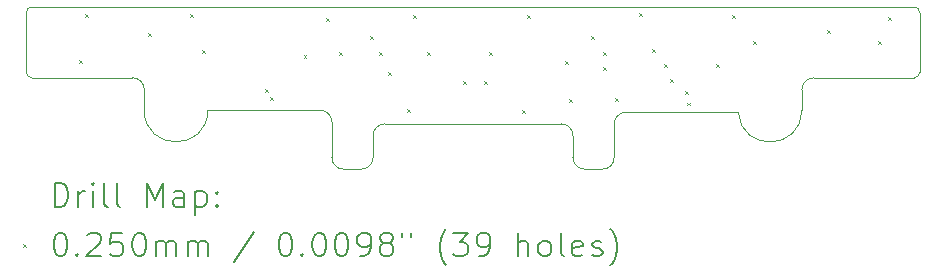
<source format=gbr>
%TF.GenerationSoftware,KiCad,Pcbnew,7.0.1*%
%TF.CreationDate,2024-03-29T16:02:35+01:00*%
%TF.ProjectId,Qtr-8-SN,5174722d-382d-4534-9e2e-6b696361645f,rev?*%
%TF.SameCoordinates,Original*%
%TF.FileFunction,Drillmap*%
%TF.FilePolarity,Positive*%
%FSLAX45Y45*%
G04 Gerber Fmt 4.5, Leading zero omitted, Abs format (unit mm)*
G04 Created by KiCad (PCBNEW 7.0.1) date 2024-03-29 16:02:35*
%MOMM*%
%LPD*%
G01*
G04 APERTURE LIST*
%ADD10C,0.100000*%
%ADD11C,0.200000*%
%ADD12C,0.025000*%
G04 APERTURE END LIST*
D10*
X11988000Y-9474000D02*
X12138000Y-9474000D01*
X15329250Y-8992000D02*
X14379000Y-8992000D01*
X13929000Y-9374000D02*
X13929000Y-9189000D01*
X16867150Y-8400000D02*
X16867000Y-8150000D01*
X11888000Y-9374000D02*
G75*
G03*
X11988000Y-9474000I100000J0D01*
G01*
X10838000Y-8974000D02*
X11788000Y-8974000D01*
X14278000Y-9092711D02*
X14279000Y-9374000D01*
X9350000Y-8700000D02*
X10200000Y-8700000D01*
X13929000Y-9189000D02*
G75*
G03*
X13829000Y-9089000I-100000J0D01*
G01*
X16867150Y-8400000D02*
X16867000Y-8650000D01*
X10300000Y-8974000D02*
G75*
G03*
X10838000Y-8974000I269000J0D01*
G01*
X12338000Y-9089000D02*
G75*
G03*
X12238000Y-9189000I0J-100000D01*
G01*
X10300000Y-8800000D02*
X10300000Y-8974000D01*
X13929000Y-9374000D02*
G75*
G03*
X14029000Y-9474000I100000J0D01*
G01*
X9350000Y-8100000D02*
X16817000Y-8100000D01*
X16817000Y-8700000D02*
X15968000Y-8700000D01*
X16817000Y-8700000D02*
G75*
G03*
X16867000Y-8650000I0J50000D01*
G01*
X14179000Y-9474000D02*
G75*
G03*
X14279000Y-9374000I0J100000D01*
G01*
X16867000Y-8150000D02*
G75*
G03*
X16817000Y-8100000I-50000J0D01*
G01*
X13829000Y-9089000D02*
X12338000Y-9089000D01*
X11888000Y-9074000D02*
X11888000Y-9374000D01*
X9300000Y-8150000D02*
X9300000Y-8650000D01*
X15968000Y-8700000D02*
G75*
G03*
X15868000Y-8800000I0J-100000D01*
G01*
X14179000Y-9474000D02*
X14029000Y-9474000D01*
X9350000Y-8100000D02*
G75*
G03*
X9300000Y-8150000I0J-50000D01*
G01*
X12138000Y-9474000D02*
G75*
G03*
X12238000Y-9374000I0J100000D01*
G01*
X11888000Y-9074000D02*
G75*
G03*
X11788000Y-8974000I-100000J0D01*
G01*
X15329250Y-8992000D02*
G75*
G03*
X15867752Y-8974000I268950J18000D01*
G01*
X10300000Y-8800000D02*
G75*
G03*
X10200000Y-8700000I-100000J0D01*
G01*
X14379000Y-8992000D02*
G75*
G03*
X14278000Y-9092711I-290J-100710D01*
G01*
X15868000Y-8800000D02*
X15867150Y-8974000D01*
X12238000Y-9374000D02*
X12238000Y-9189000D01*
X9300000Y-8650000D02*
G75*
G03*
X9350000Y-8700000I50000J0D01*
G01*
D11*
D12*
X9751000Y-8546500D02*
X9776000Y-8571500D01*
X9776000Y-8546500D02*
X9751000Y-8571500D01*
X9799500Y-8157500D02*
X9824500Y-8182500D01*
X9824500Y-8157500D02*
X9799500Y-8182500D01*
X10329000Y-8323000D02*
X10354000Y-8348000D01*
X10354000Y-8323000D02*
X10329000Y-8348000D01*
X10687500Y-8156500D02*
X10712500Y-8181500D01*
X10712500Y-8156500D02*
X10687500Y-8181500D01*
X10787500Y-8466500D02*
X10812500Y-8491500D01*
X10812500Y-8466500D02*
X10787500Y-8491500D01*
X11323500Y-8795500D02*
X11348500Y-8820500D01*
X11348500Y-8795500D02*
X11323500Y-8820500D01*
X11363050Y-8863500D02*
X11388050Y-8888500D01*
X11388050Y-8863500D02*
X11363050Y-8888500D01*
X11648500Y-8503500D02*
X11673500Y-8528500D01*
X11673500Y-8503500D02*
X11648500Y-8528500D01*
X11839500Y-8191500D02*
X11864500Y-8216500D01*
X11864500Y-8191500D02*
X11839500Y-8216500D01*
X11952500Y-8478500D02*
X11977500Y-8503500D01*
X11977500Y-8478500D02*
X11952500Y-8503500D01*
X12209500Y-8344500D02*
X12234500Y-8369500D01*
X12234500Y-8344500D02*
X12209500Y-8369500D01*
X12289500Y-8480500D02*
X12314500Y-8505500D01*
X12314500Y-8480500D02*
X12289500Y-8505500D01*
X12360500Y-8649500D02*
X12385500Y-8674500D01*
X12385500Y-8649500D02*
X12360500Y-8674500D01*
X12524500Y-8964050D02*
X12549500Y-8989050D01*
X12549500Y-8964050D02*
X12524500Y-8989050D01*
X12574950Y-8168500D02*
X12599950Y-8193500D01*
X12599950Y-8168500D02*
X12574950Y-8193500D01*
X12694500Y-8478500D02*
X12719500Y-8503500D01*
X12719500Y-8478500D02*
X12694500Y-8503500D01*
X13000647Y-8725353D02*
X13025647Y-8750353D01*
X13025647Y-8725353D02*
X13000647Y-8750353D01*
X13177000Y-8725000D02*
X13202000Y-8750000D01*
X13202000Y-8725000D02*
X13177000Y-8750000D01*
X13217500Y-8481500D02*
X13242500Y-8506500D01*
X13242500Y-8481500D02*
X13217500Y-8506500D01*
X13499225Y-8971225D02*
X13524225Y-8996225D01*
X13524225Y-8971225D02*
X13499225Y-8996225D01*
X13537500Y-8169500D02*
X13562500Y-8194500D01*
X13562500Y-8169500D02*
X13537500Y-8194500D01*
X13862500Y-8558550D02*
X13887500Y-8583550D01*
X13887500Y-8558550D02*
X13862500Y-8583550D01*
X13894500Y-8883500D02*
X13919500Y-8908500D01*
X13919500Y-8883500D02*
X13894500Y-8908500D01*
X14086500Y-8347500D02*
X14111500Y-8372500D01*
X14111500Y-8347500D02*
X14086500Y-8372500D01*
X14187400Y-8485472D02*
X14212400Y-8510472D01*
X14212400Y-8485472D02*
X14187400Y-8510472D01*
X14187500Y-8608500D02*
X14212500Y-8633500D01*
X14212500Y-8608500D02*
X14187500Y-8633500D01*
X14289500Y-8869500D02*
X14314500Y-8894500D01*
X14314500Y-8869500D02*
X14289500Y-8894500D01*
X14488500Y-8154500D02*
X14513500Y-8179500D01*
X14513500Y-8154500D02*
X14488500Y-8179500D01*
X14601500Y-8453500D02*
X14626500Y-8478500D01*
X14626500Y-8453500D02*
X14601500Y-8478500D01*
X14699500Y-8580050D02*
X14724500Y-8605050D01*
X14724500Y-8580050D02*
X14699500Y-8605050D01*
X14750500Y-8709550D02*
X14775500Y-8734550D01*
X14775500Y-8709550D02*
X14750500Y-8734550D01*
X14877500Y-8808500D02*
X14902500Y-8833500D01*
X14902500Y-8808500D02*
X14877500Y-8833500D01*
X14891500Y-8909500D02*
X14916500Y-8934500D01*
X14916500Y-8909500D02*
X14891500Y-8934500D01*
X15144500Y-8582500D02*
X15169500Y-8607500D01*
X15169500Y-8582500D02*
X15144500Y-8607500D01*
X15275500Y-8166500D02*
X15300500Y-8191500D01*
X15300500Y-8166500D02*
X15275500Y-8191500D01*
X15454500Y-8387500D02*
X15479500Y-8412500D01*
X15479500Y-8387500D02*
X15454500Y-8412500D01*
X16084500Y-8298500D02*
X16109500Y-8323500D01*
X16109500Y-8298500D02*
X16084500Y-8323500D01*
X16510500Y-8388500D02*
X16535500Y-8413500D01*
X16535500Y-8388500D02*
X16510500Y-8413500D01*
X16594500Y-8184500D02*
X16619500Y-8209500D01*
X16619500Y-8184500D02*
X16594500Y-8209500D01*
D11*
X9542619Y-9791524D02*
X9542619Y-9591524D01*
X9542619Y-9591524D02*
X9590238Y-9591524D01*
X9590238Y-9591524D02*
X9618810Y-9601048D01*
X9618810Y-9601048D02*
X9637857Y-9620095D01*
X9637857Y-9620095D02*
X9647381Y-9639143D01*
X9647381Y-9639143D02*
X9656905Y-9677238D01*
X9656905Y-9677238D02*
X9656905Y-9705810D01*
X9656905Y-9705810D02*
X9647381Y-9743905D01*
X9647381Y-9743905D02*
X9637857Y-9762952D01*
X9637857Y-9762952D02*
X9618810Y-9782000D01*
X9618810Y-9782000D02*
X9590238Y-9791524D01*
X9590238Y-9791524D02*
X9542619Y-9791524D01*
X9742619Y-9791524D02*
X9742619Y-9658190D01*
X9742619Y-9696286D02*
X9752143Y-9677238D01*
X9752143Y-9677238D02*
X9761667Y-9667714D01*
X9761667Y-9667714D02*
X9780714Y-9658190D01*
X9780714Y-9658190D02*
X9799762Y-9658190D01*
X9866429Y-9791524D02*
X9866429Y-9658190D01*
X9866429Y-9591524D02*
X9856905Y-9601048D01*
X9856905Y-9601048D02*
X9866429Y-9610571D01*
X9866429Y-9610571D02*
X9875952Y-9601048D01*
X9875952Y-9601048D02*
X9866429Y-9591524D01*
X9866429Y-9591524D02*
X9866429Y-9610571D01*
X9990238Y-9791524D02*
X9971190Y-9782000D01*
X9971190Y-9782000D02*
X9961667Y-9762952D01*
X9961667Y-9762952D02*
X9961667Y-9591524D01*
X10095000Y-9791524D02*
X10075952Y-9782000D01*
X10075952Y-9782000D02*
X10066429Y-9762952D01*
X10066429Y-9762952D02*
X10066429Y-9591524D01*
X10323571Y-9791524D02*
X10323571Y-9591524D01*
X10323571Y-9591524D02*
X10390238Y-9734381D01*
X10390238Y-9734381D02*
X10456905Y-9591524D01*
X10456905Y-9591524D02*
X10456905Y-9791524D01*
X10637857Y-9791524D02*
X10637857Y-9686762D01*
X10637857Y-9686762D02*
X10628333Y-9667714D01*
X10628333Y-9667714D02*
X10609286Y-9658190D01*
X10609286Y-9658190D02*
X10571190Y-9658190D01*
X10571190Y-9658190D02*
X10552143Y-9667714D01*
X10637857Y-9782000D02*
X10618810Y-9791524D01*
X10618810Y-9791524D02*
X10571190Y-9791524D01*
X10571190Y-9791524D02*
X10552143Y-9782000D01*
X10552143Y-9782000D02*
X10542619Y-9762952D01*
X10542619Y-9762952D02*
X10542619Y-9743905D01*
X10542619Y-9743905D02*
X10552143Y-9724857D01*
X10552143Y-9724857D02*
X10571190Y-9715333D01*
X10571190Y-9715333D02*
X10618810Y-9715333D01*
X10618810Y-9715333D02*
X10637857Y-9705810D01*
X10733095Y-9658190D02*
X10733095Y-9858190D01*
X10733095Y-9667714D02*
X10752143Y-9658190D01*
X10752143Y-9658190D02*
X10790238Y-9658190D01*
X10790238Y-9658190D02*
X10809286Y-9667714D01*
X10809286Y-9667714D02*
X10818810Y-9677238D01*
X10818810Y-9677238D02*
X10828333Y-9696286D01*
X10828333Y-9696286D02*
X10828333Y-9753429D01*
X10828333Y-9753429D02*
X10818810Y-9772476D01*
X10818810Y-9772476D02*
X10809286Y-9782000D01*
X10809286Y-9782000D02*
X10790238Y-9791524D01*
X10790238Y-9791524D02*
X10752143Y-9791524D01*
X10752143Y-9791524D02*
X10733095Y-9782000D01*
X10914048Y-9772476D02*
X10923571Y-9782000D01*
X10923571Y-9782000D02*
X10914048Y-9791524D01*
X10914048Y-9791524D02*
X10904524Y-9782000D01*
X10904524Y-9782000D02*
X10914048Y-9772476D01*
X10914048Y-9772476D02*
X10914048Y-9791524D01*
X10914048Y-9667714D02*
X10923571Y-9677238D01*
X10923571Y-9677238D02*
X10914048Y-9686762D01*
X10914048Y-9686762D02*
X10904524Y-9677238D01*
X10904524Y-9677238D02*
X10914048Y-9667714D01*
X10914048Y-9667714D02*
X10914048Y-9686762D01*
D12*
X9270000Y-10106500D02*
X9295000Y-10131500D01*
X9295000Y-10106500D02*
X9270000Y-10131500D01*
D11*
X9580714Y-10011524D02*
X9599762Y-10011524D01*
X9599762Y-10011524D02*
X9618810Y-10021048D01*
X9618810Y-10021048D02*
X9628333Y-10030571D01*
X9628333Y-10030571D02*
X9637857Y-10049619D01*
X9637857Y-10049619D02*
X9647381Y-10087714D01*
X9647381Y-10087714D02*
X9647381Y-10135333D01*
X9647381Y-10135333D02*
X9637857Y-10173429D01*
X9637857Y-10173429D02*
X9628333Y-10192476D01*
X9628333Y-10192476D02*
X9618810Y-10202000D01*
X9618810Y-10202000D02*
X9599762Y-10211524D01*
X9599762Y-10211524D02*
X9580714Y-10211524D01*
X9580714Y-10211524D02*
X9561667Y-10202000D01*
X9561667Y-10202000D02*
X9552143Y-10192476D01*
X9552143Y-10192476D02*
X9542619Y-10173429D01*
X9542619Y-10173429D02*
X9533095Y-10135333D01*
X9533095Y-10135333D02*
X9533095Y-10087714D01*
X9533095Y-10087714D02*
X9542619Y-10049619D01*
X9542619Y-10049619D02*
X9552143Y-10030571D01*
X9552143Y-10030571D02*
X9561667Y-10021048D01*
X9561667Y-10021048D02*
X9580714Y-10011524D01*
X9733095Y-10192476D02*
X9742619Y-10202000D01*
X9742619Y-10202000D02*
X9733095Y-10211524D01*
X9733095Y-10211524D02*
X9723571Y-10202000D01*
X9723571Y-10202000D02*
X9733095Y-10192476D01*
X9733095Y-10192476D02*
X9733095Y-10211524D01*
X9818810Y-10030571D02*
X9828333Y-10021048D01*
X9828333Y-10021048D02*
X9847381Y-10011524D01*
X9847381Y-10011524D02*
X9895000Y-10011524D01*
X9895000Y-10011524D02*
X9914048Y-10021048D01*
X9914048Y-10021048D02*
X9923571Y-10030571D01*
X9923571Y-10030571D02*
X9933095Y-10049619D01*
X9933095Y-10049619D02*
X9933095Y-10068667D01*
X9933095Y-10068667D02*
X9923571Y-10097238D01*
X9923571Y-10097238D02*
X9809286Y-10211524D01*
X9809286Y-10211524D02*
X9933095Y-10211524D01*
X10114048Y-10011524D02*
X10018810Y-10011524D01*
X10018810Y-10011524D02*
X10009286Y-10106762D01*
X10009286Y-10106762D02*
X10018810Y-10097238D01*
X10018810Y-10097238D02*
X10037857Y-10087714D01*
X10037857Y-10087714D02*
X10085476Y-10087714D01*
X10085476Y-10087714D02*
X10104524Y-10097238D01*
X10104524Y-10097238D02*
X10114048Y-10106762D01*
X10114048Y-10106762D02*
X10123571Y-10125810D01*
X10123571Y-10125810D02*
X10123571Y-10173429D01*
X10123571Y-10173429D02*
X10114048Y-10192476D01*
X10114048Y-10192476D02*
X10104524Y-10202000D01*
X10104524Y-10202000D02*
X10085476Y-10211524D01*
X10085476Y-10211524D02*
X10037857Y-10211524D01*
X10037857Y-10211524D02*
X10018810Y-10202000D01*
X10018810Y-10202000D02*
X10009286Y-10192476D01*
X10247381Y-10011524D02*
X10266429Y-10011524D01*
X10266429Y-10011524D02*
X10285476Y-10021048D01*
X10285476Y-10021048D02*
X10295000Y-10030571D01*
X10295000Y-10030571D02*
X10304524Y-10049619D01*
X10304524Y-10049619D02*
X10314048Y-10087714D01*
X10314048Y-10087714D02*
X10314048Y-10135333D01*
X10314048Y-10135333D02*
X10304524Y-10173429D01*
X10304524Y-10173429D02*
X10295000Y-10192476D01*
X10295000Y-10192476D02*
X10285476Y-10202000D01*
X10285476Y-10202000D02*
X10266429Y-10211524D01*
X10266429Y-10211524D02*
X10247381Y-10211524D01*
X10247381Y-10211524D02*
X10228333Y-10202000D01*
X10228333Y-10202000D02*
X10218810Y-10192476D01*
X10218810Y-10192476D02*
X10209286Y-10173429D01*
X10209286Y-10173429D02*
X10199762Y-10135333D01*
X10199762Y-10135333D02*
X10199762Y-10087714D01*
X10199762Y-10087714D02*
X10209286Y-10049619D01*
X10209286Y-10049619D02*
X10218810Y-10030571D01*
X10218810Y-10030571D02*
X10228333Y-10021048D01*
X10228333Y-10021048D02*
X10247381Y-10011524D01*
X10399762Y-10211524D02*
X10399762Y-10078190D01*
X10399762Y-10097238D02*
X10409286Y-10087714D01*
X10409286Y-10087714D02*
X10428333Y-10078190D01*
X10428333Y-10078190D02*
X10456905Y-10078190D01*
X10456905Y-10078190D02*
X10475952Y-10087714D01*
X10475952Y-10087714D02*
X10485476Y-10106762D01*
X10485476Y-10106762D02*
X10485476Y-10211524D01*
X10485476Y-10106762D02*
X10495000Y-10087714D01*
X10495000Y-10087714D02*
X10514048Y-10078190D01*
X10514048Y-10078190D02*
X10542619Y-10078190D01*
X10542619Y-10078190D02*
X10561667Y-10087714D01*
X10561667Y-10087714D02*
X10571191Y-10106762D01*
X10571191Y-10106762D02*
X10571191Y-10211524D01*
X10666429Y-10211524D02*
X10666429Y-10078190D01*
X10666429Y-10097238D02*
X10675952Y-10087714D01*
X10675952Y-10087714D02*
X10695000Y-10078190D01*
X10695000Y-10078190D02*
X10723572Y-10078190D01*
X10723572Y-10078190D02*
X10742619Y-10087714D01*
X10742619Y-10087714D02*
X10752143Y-10106762D01*
X10752143Y-10106762D02*
X10752143Y-10211524D01*
X10752143Y-10106762D02*
X10761667Y-10087714D01*
X10761667Y-10087714D02*
X10780714Y-10078190D01*
X10780714Y-10078190D02*
X10809286Y-10078190D01*
X10809286Y-10078190D02*
X10828333Y-10087714D01*
X10828333Y-10087714D02*
X10837857Y-10106762D01*
X10837857Y-10106762D02*
X10837857Y-10211524D01*
X11228333Y-10002000D02*
X11056905Y-10259143D01*
X11485476Y-10011524D02*
X11504524Y-10011524D01*
X11504524Y-10011524D02*
X11523572Y-10021048D01*
X11523572Y-10021048D02*
X11533095Y-10030571D01*
X11533095Y-10030571D02*
X11542619Y-10049619D01*
X11542619Y-10049619D02*
X11552143Y-10087714D01*
X11552143Y-10087714D02*
X11552143Y-10135333D01*
X11552143Y-10135333D02*
X11542619Y-10173429D01*
X11542619Y-10173429D02*
X11533095Y-10192476D01*
X11533095Y-10192476D02*
X11523572Y-10202000D01*
X11523572Y-10202000D02*
X11504524Y-10211524D01*
X11504524Y-10211524D02*
X11485476Y-10211524D01*
X11485476Y-10211524D02*
X11466429Y-10202000D01*
X11466429Y-10202000D02*
X11456905Y-10192476D01*
X11456905Y-10192476D02*
X11447381Y-10173429D01*
X11447381Y-10173429D02*
X11437857Y-10135333D01*
X11437857Y-10135333D02*
X11437857Y-10087714D01*
X11437857Y-10087714D02*
X11447381Y-10049619D01*
X11447381Y-10049619D02*
X11456905Y-10030571D01*
X11456905Y-10030571D02*
X11466429Y-10021048D01*
X11466429Y-10021048D02*
X11485476Y-10011524D01*
X11637857Y-10192476D02*
X11647381Y-10202000D01*
X11647381Y-10202000D02*
X11637857Y-10211524D01*
X11637857Y-10211524D02*
X11628333Y-10202000D01*
X11628333Y-10202000D02*
X11637857Y-10192476D01*
X11637857Y-10192476D02*
X11637857Y-10211524D01*
X11771191Y-10011524D02*
X11790238Y-10011524D01*
X11790238Y-10011524D02*
X11809286Y-10021048D01*
X11809286Y-10021048D02*
X11818810Y-10030571D01*
X11818810Y-10030571D02*
X11828333Y-10049619D01*
X11828333Y-10049619D02*
X11837857Y-10087714D01*
X11837857Y-10087714D02*
X11837857Y-10135333D01*
X11837857Y-10135333D02*
X11828333Y-10173429D01*
X11828333Y-10173429D02*
X11818810Y-10192476D01*
X11818810Y-10192476D02*
X11809286Y-10202000D01*
X11809286Y-10202000D02*
X11790238Y-10211524D01*
X11790238Y-10211524D02*
X11771191Y-10211524D01*
X11771191Y-10211524D02*
X11752143Y-10202000D01*
X11752143Y-10202000D02*
X11742619Y-10192476D01*
X11742619Y-10192476D02*
X11733095Y-10173429D01*
X11733095Y-10173429D02*
X11723572Y-10135333D01*
X11723572Y-10135333D02*
X11723572Y-10087714D01*
X11723572Y-10087714D02*
X11733095Y-10049619D01*
X11733095Y-10049619D02*
X11742619Y-10030571D01*
X11742619Y-10030571D02*
X11752143Y-10021048D01*
X11752143Y-10021048D02*
X11771191Y-10011524D01*
X11961667Y-10011524D02*
X11980714Y-10011524D01*
X11980714Y-10011524D02*
X11999762Y-10021048D01*
X11999762Y-10021048D02*
X12009286Y-10030571D01*
X12009286Y-10030571D02*
X12018810Y-10049619D01*
X12018810Y-10049619D02*
X12028333Y-10087714D01*
X12028333Y-10087714D02*
X12028333Y-10135333D01*
X12028333Y-10135333D02*
X12018810Y-10173429D01*
X12018810Y-10173429D02*
X12009286Y-10192476D01*
X12009286Y-10192476D02*
X11999762Y-10202000D01*
X11999762Y-10202000D02*
X11980714Y-10211524D01*
X11980714Y-10211524D02*
X11961667Y-10211524D01*
X11961667Y-10211524D02*
X11942619Y-10202000D01*
X11942619Y-10202000D02*
X11933095Y-10192476D01*
X11933095Y-10192476D02*
X11923572Y-10173429D01*
X11923572Y-10173429D02*
X11914048Y-10135333D01*
X11914048Y-10135333D02*
X11914048Y-10087714D01*
X11914048Y-10087714D02*
X11923572Y-10049619D01*
X11923572Y-10049619D02*
X11933095Y-10030571D01*
X11933095Y-10030571D02*
X11942619Y-10021048D01*
X11942619Y-10021048D02*
X11961667Y-10011524D01*
X12123572Y-10211524D02*
X12161667Y-10211524D01*
X12161667Y-10211524D02*
X12180714Y-10202000D01*
X12180714Y-10202000D02*
X12190238Y-10192476D01*
X12190238Y-10192476D02*
X12209286Y-10163905D01*
X12209286Y-10163905D02*
X12218810Y-10125810D01*
X12218810Y-10125810D02*
X12218810Y-10049619D01*
X12218810Y-10049619D02*
X12209286Y-10030571D01*
X12209286Y-10030571D02*
X12199762Y-10021048D01*
X12199762Y-10021048D02*
X12180714Y-10011524D01*
X12180714Y-10011524D02*
X12142619Y-10011524D01*
X12142619Y-10011524D02*
X12123572Y-10021048D01*
X12123572Y-10021048D02*
X12114048Y-10030571D01*
X12114048Y-10030571D02*
X12104524Y-10049619D01*
X12104524Y-10049619D02*
X12104524Y-10097238D01*
X12104524Y-10097238D02*
X12114048Y-10116286D01*
X12114048Y-10116286D02*
X12123572Y-10125810D01*
X12123572Y-10125810D02*
X12142619Y-10135333D01*
X12142619Y-10135333D02*
X12180714Y-10135333D01*
X12180714Y-10135333D02*
X12199762Y-10125810D01*
X12199762Y-10125810D02*
X12209286Y-10116286D01*
X12209286Y-10116286D02*
X12218810Y-10097238D01*
X12333095Y-10097238D02*
X12314048Y-10087714D01*
X12314048Y-10087714D02*
X12304524Y-10078190D01*
X12304524Y-10078190D02*
X12295000Y-10059143D01*
X12295000Y-10059143D02*
X12295000Y-10049619D01*
X12295000Y-10049619D02*
X12304524Y-10030571D01*
X12304524Y-10030571D02*
X12314048Y-10021048D01*
X12314048Y-10021048D02*
X12333095Y-10011524D01*
X12333095Y-10011524D02*
X12371191Y-10011524D01*
X12371191Y-10011524D02*
X12390238Y-10021048D01*
X12390238Y-10021048D02*
X12399762Y-10030571D01*
X12399762Y-10030571D02*
X12409286Y-10049619D01*
X12409286Y-10049619D02*
X12409286Y-10059143D01*
X12409286Y-10059143D02*
X12399762Y-10078190D01*
X12399762Y-10078190D02*
X12390238Y-10087714D01*
X12390238Y-10087714D02*
X12371191Y-10097238D01*
X12371191Y-10097238D02*
X12333095Y-10097238D01*
X12333095Y-10097238D02*
X12314048Y-10106762D01*
X12314048Y-10106762D02*
X12304524Y-10116286D01*
X12304524Y-10116286D02*
X12295000Y-10135333D01*
X12295000Y-10135333D02*
X12295000Y-10173429D01*
X12295000Y-10173429D02*
X12304524Y-10192476D01*
X12304524Y-10192476D02*
X12314048Y-10202000D01*
X12314048Y-10202000D02*
X12333095Y-10211524D01*
X12333095Y-10211524D02*
X12371191Y-10211524D01*
X12371191Y-10211524D02*
X12390238Y-10202000D01*
X12390238Y-10202000D02*
X12399762Y-10192476D01*
X12399762Y-10192476D02*
X12409286Y-10173429D01*
X12409286Y-10173429D02*
X12409286Y-10135333D01*
X12409286Y-10135333D02*
X12399762Y-10116286D01*
X12399762Y-10116286D02*
X12390238Y-10106762D01*
X12390238Y-10106762D02*
X12371191Y-10097238D01*
X12485476Y-10011524D02*
X12485476Y-10049619D01*
X12561667Y-10011524D02*
X12561667Y-10049619D01*
X12856905Y-10287714D02*
X12847381Y-10278190D01*
X12847381Y-10278190D02*
X12828334Y-10249619D01*
X12828334Y-10249619D02*
X12818810Y-10230571D01*
X12818810Y-10230571D02*
X12809286Y-10202000D01*
X12809286Y-10202000D02*
X12799762Y-10154381D01*
X12799762Y-10154381D02*
X12799762Y-10116286D01*
X12799762Y-10116286D02*
X12809286Y-10068667D01*
X12809286Y-10068667D02*
X12818810Y-10040095D01*
X12818810Y-10040095D02*
X12828334Y-10021048D01*
X12828334Y-10021048D02*
X12847381Y-9992476D01*
X12847381Y-9992476D02*
X12856905Y-9982952D01*
X12914048Y-10011524D02*
X13037857Y-10011524D01*
X13037857Y-10011524D02*
X12971191Y-10087714D01*
X12971191Y-10087714D02*
X12999762Y-10087714D01*
X12999762Y-10087714D02*
X13018810Y-10097238D01*
X13018810Y-10097238D02*
X13028334Y-10106762D01*
X13028334Y-10106762D02*
X13037857Y-10125810D01*
X13037857Y-10125810D02*
X13037857Y-10173429D01*
X13037857Y-10173429D02*
X13028334Y-10192476D01*
X13028334Y-10192476D02*
X13018810Y-10202000D01*
X13018810Y-10202000D02*
X12999762Y-10211524D01*
X12999762Y-10211524D02*
X12942619Y-10211524D01*
X12942619Y-10211524D02*
X12923572Y-10202000D01*
X12923572Y-10202000D02*
X12914048Y-10192476D01*
X13133095Y-10211524D02*
X13171191Y-10211524D01*
X13171191Y-10211524D02*
X13190238Y-10202000D01*
X13190238Y-10202000D02*
X13199762Y-10192476D01*
X13199762Y-10192476D02*
X13218810Y-10163905D01*
X13218810Y-10163905D02*
X13228334Y-10125810D01*
X13228334Y-10125810D02*
X13228334Y-10049619D01*
X13228334Y-10049619D02*
X13218810Y-10030571D01*
X13218810Y-10030571D02*
X13209286Y-10021048D01*
X13209286Y-10021048D02*
X13190238Y-10011524D01*
X13190238Y-10011524D02*
X13152143Y-10011524D01*
X13152143Y-10011524D02*
X13133095Y-10021048D01*
X13133095Y-10021048D02*
X13123572Y-10030571D01*
X13123572Y-10030571D02*
X13114048Y-10049619D01*
X13114048Y-10049619D02*
X13114048Y-10097238D01*
X13114048Y-10097238D02*
X13123572Y-10116286D01*
X13123572Y-10116286D02*
X13133095Y-10125810D01*
X13133095Y-10125810D02*
X13152143Y-10135333D01*
X13152143Y-10135333D02*
X13190238Y-10135333D01*
X13190238Y-10135333D02*
X13209286Y-10125810D01*
X13209286Y-10125810D02*
X13218810Y-10116286D01*
X13218810Y-10116286D02*
X13228334Y-10097238D01*
X13466429Y-10211524D02*
X13466429Y-10011524D01*
X13552143Y-10211524D02*
X13552143Y-10106762D01*
X13552143Y-10106762D02*
X13542619Y-10087714D01*
X13542619Y-10087714D02*
X13523572Y-10078190D01*
X13523572Y-10078190D02*
X13495000Y-10078190D01*
X13495000Y-10078190D02*
X13475953Y-10087714D01*
X13475953Y-10087714D02*
X13466429Y-10097238D01*
X13675953Y-10211524D02*
X13656905Y-10202000D01*
X13656905Y-10202000D02*
X13647381Y-10192476D01*
X13647381Y-10192476D02*
X13637857Y-10173429D01*
X13637857Y-10173429D02*
X13637857Y-10116286D01*
X13637857Y-10116286D02*
X13647381Y-10097238D01*
X13647381Y-10097238D02*
X13656905Y-10087714D01*
X13656905Y-10087714D02*
X13675953Y-10078190D01*
X13675953Y-10078190D02*
X13704524Y-10078190D01*
X13704524Y-10078190D02*
X13723572Y-10087714D01*
X13723572Y-10087714D02*
X13733096Y-10097238D01*
X13733096Y-10097238D02*
X13742619Y-10116286D01*
X13742619Y-10116286D02*
X13742619Y-10173429D01*
X13742619Y-10173429D02*
X13733096Y-10192476D01*
X13733096Y-10192476D02*
X13723572Y-10202000D01*
X13723572Y-10202000D02*
X13704524Y-10211524D01*
X13704524Y-10211524D02*
X13675953Y-10211524D01*
X13856905Y-10211524D02*
X13837857Y-10202000D01*
X13837857Y-10202000D02*
X13828334Y-10182952D01*
X13828334Y-10182952D02*
X13828334Y-10011524D01*
X14009286Y-10202000D02*
X13990238Y-10211524D01*
X13990238Y-10211524D02*
X13952143Y-10211524D01*
X13952143Y-10211524D02*
X13933096Y-10202000D01*
X13933096Y-10202000D02*
X13923572Y-10182952D01*
X13923572Y-10182952D02*
X13923572Y-10106762D01*
X13923572Y-10106762D02*
X13933096Y-10087714D01*
X13933096Y-10087714D02*
X13952143Y-10078190D01*
X13952143Y-10078190D02*
X13990238Y-10078190D01*
X13990238Y-10078190D02*
X14009286Y-10087714D01*
X14009286Y-10087714D02*
X14018810Y-10106762D01*
X14018810Y-10106762D02*
X14018810Y-10125810D01*
X14018810Y-10125810D02*
X13923572Y-10144857D01*
X14095000Y-10202000D02*
X14114048Y-10211524D01*
X14114048Y-10211524D02*
X14152143Y-10211524D01*
X14152143Y-10211524D02*
X14171191Y-10202000D01*
X14171191Y-10202000D02*
X14180715Y-10182952D01*
X14180715Y-10182952D02*
X14180715Y-10173429D01*
X14180715Y-10173429D02*
X14171191Y-10154381D01*
X14171191Y-10154381D02*
X14152143Y-10144857D01*
X14152143Y-10144857D02*
X14123572Y-10144857D01*
X14123572Y-10144857D02*
X14104524Y-10135333D01*
X14104524Y-10135333D02*
X14095000Y-10116286D01*
X14095000Y-10116286D02*
X14095000Y-10106762D01*
X14095000Y-10106762D02*
X14104524Y-10087714D01*
X14104524Y-10087714D02*
X14123572Y-10078190D01*
X14123572Y-10078190D02*
X14152143Y-10078190D01*
X14152143Y-10078190D02*
X14171191Y-10087714D01*
X14247381Y-10287714D02*
X14256905Y-10278190D01*
X14256905Y-10278190D02*
X14275953Y-10249619D01*
X14275953Y-10249619D02*
X14285477Y-10230571D01*
X14285477Y-10230571D02*
X14295000Y-10202000D01*
X14295000Y-10202000D02*
X14304524Y-10154381D01*
X14304524Y-10154381D02*
X14304524Y-10116286D01*
X14304524Y-10116286D02*
X14295000Y-10068667D01*
X14295000Y-10068667D02*
X14285477Y-10040095D01*
X14285477Y-10040095D02*
X14275953Y-10021048D01*
X14275953Y-10021048D02*
X14256905Y-9992476D01*
X14256905Y-9992476D02*
X14247381Y-9982952D01*
M02*

</source>
